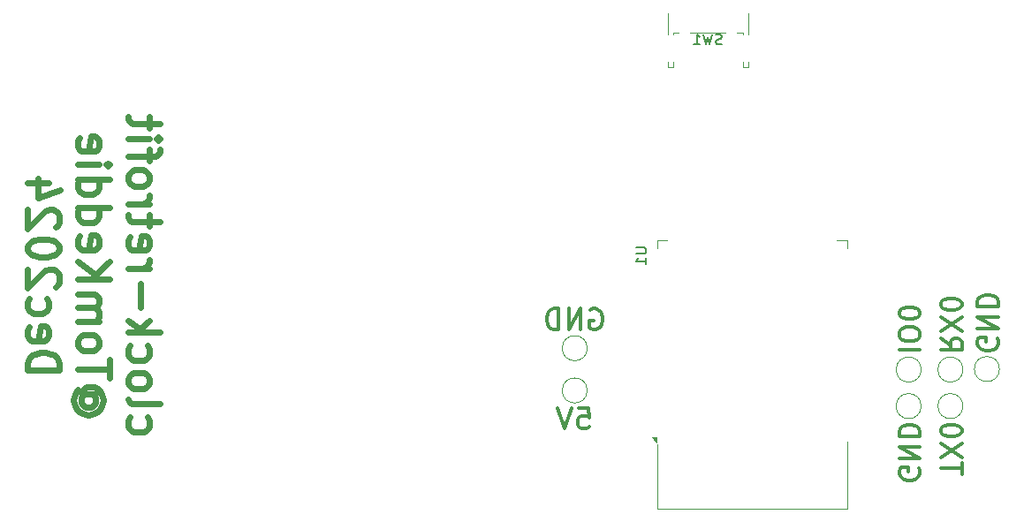
<source format=gbo>
G04 #@! TF.GenerationSoftware,KiCad,Pcbnew,8.0.7-unknown-1000.20241230gita20d76c.fc41*
G04 #@! TF.CreationDate,2025-01-11T12:56:06-08:00*
G04 #@! TF.ProjectId,2024-clock-retrofit,32303234-2d63-46c6-9f63-6b2d72657472,rev?*
G04 #@! TF.SameCoordinates,Original*
G04 #@! TF.FileFunction,Legend,Bot*
G04 #@! TF.FilePolarity,Positive*
%FSLAX46Y46*%
G04 Gerber Fmt 4.6, Leading zero omitted, Abs format (unit mm)*
G04 Created by KiCad (PCBNEW 8.0.7-unknown-1000.20241230gita20d76c.fc41) date 2025-01-11 12:56:06*
%MOMM*%
%LPD*%
G01*
G04 APERTURE LIST*
%ADD10C,0.300000*%
%ADD11C,0.600000*%
%ADD12C,0.150000*%
%ADD13C,0.120000*%
%ADD14O,1.600000X3.200000*%
%ADD15R,1.000000X2.500000*%
%ADD16O,1.000000X2.500000*%
%ADD17R,1.500000X0.900000*%
%ADD18R,0.900000X1.500000*%
%ADD19C,0.800000*%
%ADD20R,3.800000X3.800000*%
%ADD21C,2.000000*%
%ADD22C,2.600000*%
%ADD23O,1.750000X2.625000*%
G04 APERTURE END LIST*
D10*
X119523809Y-103254876D02*
X119714285Y-103159638D01*
X119714285Y-103159638D02*
X119999999Y-103159638D01*
X119999999Y-103159638D02*
X120285714Y-103254876D01*
X120285714Y-103254876D02*
X120476190Y-103445352D01*
X120476190Y-103445352D02*
X120571428Y-103635828D01*
X120571428Y-103635828D02*
X120666666Y-104016780D01*
X120666666Y-104016780D02*
X120666666Y-104302495D01*
X120666666Y-104302495D02*
X120571428Y-104683447D01*
X120571428Y-104683447D02*
X120476190Y-104873923D01*
X120476190Y-104873923D02*
X120285714Y-105064400D01*
X120285714Y-105064400D02*
X119999999Y-105159638D01*
X119999999Y-105159638D02*
X119809523Y-105159638D01*
X119809523Y-105159638D02*
X119523809Y-105064400D01*
X119523809Y-105064400D02*
X119428571Y-104969161D01*
X119428571Y-104969161D02*
X119428571Y-104302495D01*
X119428571Y-104302495D02*
X119809523Y-104302495D01*
X118571428Y-105159638D02*
X118571428Y-103159638D01*
X118571428Y-103159638D02*
X117428571Y-105159638D01*
X117428571Y-105159638D02*
X117428571Y-103159638D01*
X116476190Y-105159638D02*
X116476190Y-103159638D01*
X116476190Y-103159638D02*
X116000000Y-103159638D01*
X116000000Y-103159638D02*
X115714285Y-103254876D01*
X115714285Y-103254876D02*
X115523809Y-103445352D01*
X115523809Y-103445352D02*
X115428571Y-103635828D01*
X115428571Y-103635828D02*
X115333333Y-104016780D01*
X115333333Y-104016780D02*
X115333333Y-104302495D01*
X115333333Y-104302495D02*
X115428571Y-104683447D01*
X115428571Y-104683447D02*
X115523809Y-104873923D01*
X115523809Y-104873923D02*
X115714285Y-105064400D01*
X115714285Y-105064400D02*
X116000000Y-105159638D01*
X116000000Y-105159638D02*
X116476190Y-105159638D01*
X153090361Y-105983584D02*
X154042742Y-106650251D01*
X153090361Y-107126441D02*
X155090361Y-107126441D01*
X155090361Y-107126441D02*
X155090361Y-106364536D01*
X155090361Y-106364536D02*
X154995123Y-106174060D01*
X154995123Y-106174060D02*
X154899885Y-106078822D01*
X154899885Y-106078822D02*
X154709409Y-105983584D01*
X154709409Y-105983584D02*
X154423695Y-105983584D01*
X154423695Y-105983584D02*
X154233219Y-106078822D01*
X154233219Y-106078822D02*
X154137980Y-106174060D01*
X154137980Y-106174060D02*
X154042742Y-106364536D01*
X154042742Y-106364536D02*
X154042742Y-107126441D01*
X155090361Y-105316917D02*
X153090361Y-103983584D01*
X155090361Y-103983584D02*
X153090361Y-105316917D01*
X155090361Y-102840727D02*
X155090361Y-102650250D01*
X155090361Y-102650250D02*
X154995123Y-102459774D01*
X154995123Y-102459774D02*
X154899885Y-102364536D01*
X154899885Y-102364536D02*
X154709409Y-102269298D01*
X154709409Y-102269298D02*
X154328457Y-102174060D01*
X154328457Y-102174060D02*
X153852266Y-102174060D01*
X153852266Y-102174060D02*
X153471314Y-102269298D01*
X153471314Y-102269298D02*
X153280838Y-102364536D01*
X153280838Y-102364536D02*
X153185600Y-102459774D01*
X153185600Y-102459774D02*
X153090361Y-102650250D01*
X153090361Y-102650250D02*
X153090361Y-102840727D01*
X153090361Y-102840727D02*
X153185600Y-103031203D01*
X153185600Y-103031203D02*
X153280838Y-103126441D01*
X153280838Y-103126441D02*
X153471314Y-103221679D01*
X153471314Y-103221679D02*
X153852266Y-103316917D01*
X153852266Y-103316917D02*
X154328457Y-103316917D01*
X154328457Y-103316917D02*
X154709409Y-103221679D01*
X154709409Y-103221679D02*
X154899885Y-103126441D01*
X154899885Y-103126441D02*
X154995123Y-103031203D01*
X154995123Y-103031203D02*
X155090361Y-102840727D01*
X155090361Y-119040225D02*
X155090361Y-117897368D01*
X153090361Y-118468797D02*
X155090361Y-118468797D01*
X155090361Y-117421177D02*
X153090361Y-116087844D01*
X155090361Y-116087844D02*
X153090361Y-117421177D01*
X155090361Y-114944987D02*
X155090361Y-114754510D01*
X155090361Y-114754510D02*
X154995123Y-114564034D01*
X154995123Y-114564034D02*
X154899885Y-114468796D01*
X154899885Y-114468796D02*
X154709409Y-114373558D01*
X154709409Y-114373558D02*
X154328457Y-114278320D01*
X154328457Y-114278320D02*
X153852266Y-114278320D01*
X153852266Y-114278320D02*
X153471314Y-114373558D01*
X153471314Y-114373558D02*
X153280838Y-114468796D01*
X153280838Y-114468796D02*
X153185600Y-114564034D01*
X153185600Y-114564034D02*
X153090361Y-114754510D01*
X153090361Y-114754510D02*
X153090361Y-114944987D01*
X153090361Y-114944987D02*
X153185600Y-115135463D01*
X153185600Y-115135463D02*
X153280838Y-115230701D01*
X153280838Y-115230701D02*
X153471314Y-115325939D01*
X153471314Y-115325939D02*
X153852266Y-115421177D01*
X153852266Y-115421177D02*
X154328457Y-115421177D01*
X154328457Y-115421177D02*
X154709409Y-115325939D01*
X154709409Y-115325939D02*
X154899885Y-115230701D01*
X154899885Y-115230701D02*
X154995123Y-115135463D01*
X154995123Y-115135463D02*
X155090361Y-114944987D01*
X158495123Y-106028822D02*
X158590361Y-106219298D01*
X158590361Y-106219298D02*
X158590361Y-106505012D01*
X158590361Y-106505012D02*
X158495123Y-106790727D01*
X158495123Y-106790727D02*
X158304647Y-106981203D01*
X158304647Y-106981203D02*
X158114171Y-107076441D01*
X158114171Y-107076441D02*
X157733219Y-107171679D01*
X157733219Y-107171679D02*
X157447504Y-107171679D01*
X157447504Y-107171679D02*
X157066552Y-107076441D01*
X157066552Y-107076441D02*
X156876076Y-106981203D01*
X156876076Y-106981203D02*
X156685600Y-106790727D01*
X156685600Y-106790727D02*
X156590361Y-106505012D01*
X156590361Y-106505012D02*
X156590361Y-106314536D01*
X156590361Y-106314536D02*
X156685600Y-106028822D01*
X156685600Y-106028822D02*
X156780838Y-105933584D01*
X156780838Y-105933584D02*
X157447504Y-105933584D01*
X157447504Y-105933584D02*
X157447504Y-106314536D01*
X156590361Y-105076441D02*
X158590361Y-105076441D01*
X158590361Y-105076441D02*
X156590361Y-103933584D01*
X156590361Y-103933584D02*
X158590361Y-103933584D01*
X156590361Y-102981203D02*
X158590361Y-102981203D01*
X158590361Y-102981203D02*
X158590361Y-102505013D01*
X158590361Y-102505013D02*
X158495123Y-102219298D01*
X158495123Y-102219298D02*
X158304647Y-102028822D01*
X158304647Y-102028822D02*
X158114171Y-101933584D01*
X158114171Y-101933584D02*
X157733219Y-101838346D01*
X157733219Y-101838346D02*
X157447504Y-101838346D01*
X157447504Y-101838346D02*
X157066552Y-101933584D01*
X157066552Y-101933584D02*
X156876076Y-102028822D01*
X156876076Y-102028822D02*
X156685600Y-102219298D01*
X156685600Y-102219298D02*
X156590361Y-102505013D01*
X156590361Y-102505013D02*
X156590361Y-102981203D01*
X150995123Y-118468796D02*
X151090361Y-118659272D01*
X151090361Y-118659272D02*
X151090361Y-118944986D01*
X151090361Y-118944986D02*
X150995123Y-119230701D01*
X150995123Y-119230701D02*
X150804647Y-119421177D01*
X150804647Y-119421177D02*
X150614171Y-119516415D01*
X150614171Y-119516415D02*
X150233219Y-119611653D01*
X150233219Y-119611653D02*
X149947504Y-119611653D01*
X149947504Y-119611653D02*
X149566552Y-119516415D01*
X149566552Y-119516415D02*
X149376076Y-119421177D01*
X149376076Y-119421177D02*
X149185600Y-119230701D01*
X149185600Y-119230701D02*
X149090361Y-118944986D01*
X149090361Y-118944986D02*
X149090361Y-118754510D01*
X149090361Y-118754510D02*
X149185600Y-118468796D01*
X149185600Y-118468796D02*
X149280838Y-118373558D01*
X149280838Y-118373558D02*
X149947504Y-118373558D01*
X149947504Y-118373558D02*
X149947504Y-118754510D01*
X149090361Y-117516415D02*
X151090361Y-117516415D01*
X151090361Y-117516415D02*
X149090361Y-116373558D01*
X149090361Y-116373558D02*
X151090361Y-116373558D01*
X149090361Y-115421177D02*
X151090361Y-115421177D01*
X151090361Y-115421177D02*
X151090361Y-114944987D01*
X151090361Y-114944987D02*
X150995123Y-114659272D01*
X150995123Y-114659272D02*
X150804647Y-114468796D01*
X150804647Y-114468796D02*
X150614171Y-114373558D01*
X150614171Y-114373558D02*
X150233219Y-114278320D01*
X150233219Y-114278320D02*
X149947504Y-114278320D01*
X149947504Y-114278320D02*
X149566552Y-114373558D01*
X149566552Y-114373558D02*
X149376076Y-114468796D01*
X149376076Y-114468796D02*
X149185600Y-114659272D01*
X149185600Y-114659272D02*
X149090361Y-114944987D01*
X149090361Y-114944987D02*
X149090361Y-115421177D01*
D11*
X75366032Y-113571430D02*
X75223174Y-113857144D01*
X75223174Y-113857144D02*
X75223174Y-114428572D01*
X75223174Y-114428572D02*
X75366032Y-114714287D01*
X75366032Y-114714287D02*
X75508889Y-114857144D01*
X75508889Y-114857144D02*
X75794603Y-115000001D01*
X75794603Y-115000001D02*
X76651746Y-115000001D01*
X76651746Y-115000001D02*
X76937460Y-114857144D01*
X76937460Y-114857144D02*
X77080317Y-114714287D01*
X77080317Y-114714287D02*
X77223174Y-114428572D01*
X77223174Y-114428572D02*
X77223174Y-113857144D01*
X77223174Y-113857144D02*
X77080317Y-113571430D01*
X75223174Y-111857143D02*
X75366032Y-112142858D01*
X75366032Y-112142858D02*
X75651746Y-112285715D01*
X75651746Y-112285715D02*
X78223174Y-112285715D01*
X75223174Y-110285714D02*
X75366032Y-110571429D01*
X75366032Y-110571429D02*
X75508889Y-110714286D01*
X75508889Y-110714286D02*
X75794603Y-110857143D01*
X75794603Y-110857143D02*
X76651746Y-110857143D01*
X76651746Y-110857143D02*
X76937460Y-110714286D01*
X76937460Y-110714286D02*
X77080317Y-110571429D01*
X77080317Y-110571429D02*
X77223174Y-110285714D01*
X77223174Y-110285714D02*
X77223174Y-109857143D01*
X77223174Y-109857143D02*
X77080317Y-109571429D01*
X77080317Y-109571429D02*
X76937460Y-109428572D01*
X76937460Y-109428572D02*
X76651746Y-109285714D01*
X76651746Y-109285714D02*
X75794603Y-109285714D01*
X75794603Y-109285714D02*
X75508889Y-109428572D01*
X75508889Y-109428572D02*
X75366032Y-109571429D01*
X75366032Y-109571429D02*
X75223174Y-109857143D01*
X75223174Y-109857143D02*
X75223174Y-110285714D01*
X75366032Y-106714286D02*
X75223174Y-107000000D01*
X75223174Y-107000000D02*
X75223174Y-107571428D01*
X75223174Y-107571428D02*
X75366032Y-107857143D01*
X75366032Y-107857143D02*
X75508889Y-108000000D01*
X75508889Y-108000000D02*
X75794603Y-108142857D01*
X75794603Y-108142857D02*
X76651746Y-108142857D01*
X76651746Y-108142857D02*
X76937460Y-108000000D01*
X76937460Y-108000000D02*
X77080317Y-107857143D01*
X77080317Y-107857143D02*
X77223174Y-107571428D01*
X77223174Y-107571428D02*
X77223174Y-107000000D01*
X77223174Y-107000000D02*
X77080317Y-106714286D01*
X75223174Y-105428571D02*
X78223174Y-105428571D01*
X76366032Y-105142857D02*
X75223174Y-104285714D01*
X77223174Y-104285714D02*
X76080317Y-105428571D01*
X76366032Y-103000000D02*
X76366032Y-100714286D01*
X75223174Y-99285714D02*
X77223174Y-99285714D01*
X76651746Y-99285714D02*
X76937460Y-99142857D01*
X76937460Y-99142857D02*
X77080317Y-99000000D01*
X77080317Y-99000000D02*
X77223174Y-98714285D01*
X77223174Y-98714285D02*
X77223174Y-98428571D01*
X75366032Y-96285714D02*
X75223174Y-96571428D01*
X75223174Y-96571428D02*
X75223174Y-97142857D01*
X75223174Y-97142857D02*
X75366032Y-97428571D01*
X75366032Y-97428571D02*
X75651746Y-97571428D01*
X75651746Y-97571428D02*
X76794603Y-97571428D01*
X76794603Y-97571428D02*
X77080317Y-97428571D01*
X77080317Y-97428571D02*
X77223174Y-97142857D01*
X77223174Y-97142857D02*
X77223174Y-96571428D01*
X77223174Y-96571428D02*
X77080317Y-96285714D01*
X77080317Y-96285714D02*
X76794603Y-96142857D01*
X76794603Y-96142857D02*
X76508889Y-96142857D01*
X76508889Y-96142857D02*
X76223174Y-97571428D01*
X77223174Y-95285713D02*
X77223174Y-94142856D01*
X78223174Y-94857142D02*
X75651746Y-94857142D01*
X75651746Y-94857142D02*
X75366032Y-94714285D01*
X75366032Y-94714285D02*
X75223174Y-94428570D01*
X75223174Y-94428570D02*
X75223174Y-94142856D01*
X75223174Y-93142856D02*
X77223174Y-93142856D01*
X76651746Y-93142856D02*
X76937460Y-92999999D01*
X76937460Y-92999999D02*
X77080317Y-92857142D01*
X77080317Y-92857142D02*
X77223174Y-92571427D01*
X77223174Y-92571427D02*
X77223174Y-92285713D01*
X75223174Y-90857141D02*
X75366032Y-91142856D01*
X75366032Y-91142856D02*
X75508889Y-91285713D01*
X75508889Y-91285713D02*
X75794603Y-91428570D01*
X75794603Y-91428570D02*
X76651746Y-91428570D01*
X76651746Y-91428570D02*
X76937460Y-91285713D01*
X76937460Y-91285713D02*
X77080317Y-91142856D01*
X77080317Y-91142856D02*
X77223174Y-90857141D01*
X77223174Y-90857141D02*
X77223174Y-90428570D01*
X77223174Y-90428570D02*
X77080317Y-90142856D01*
X77080317Y-90142856D02*
X76937460Y-89999999D01*
X76937460Y-89999999D02*
X76651746Y-89857141D01*
X76651746Y-89857141D02*
X75794603Y-89857141D01*
X75794603Y-89857141D02*
X75508889Y-89999999D01*
X75508889Y-89999999D02*
X75366032Y-90142856D01*
X75366032Y-90142856D02*
X75223174Y-90428570D01*
X75223174Y-90428570D02*
X75223174Y-90857141D01*
X77223174Y-88999998D02*
X77223174Y-87857141D01*
X75223174Y-88571427D02*
X77794603Y-88571427D01*
X77794603Y-88571427D02*
X78080317Y-88428570D01*
X78080317Y-88428570D02*
X78223174Y-88142855D01*
X78223174Y-88142855D02*
X78223174Y-87857141D01*
X75223174Y-86857141D02*
X77223174Y-86857141D01*
X78223174Y-86857141D02*
X78080317Y-86999998D01*
X78080317Y-86999998D02*
X77937460Y-86857141D01*
X77937460Y-86857141D02*
X78080317Y-86714284D01*
X78080317Y-86714284D02*
X78223174Y-86857141D01*
X78223174Y-86857141D02*
X77937460Y-86857141D01*
X77223174Y-85857141D02*
X77223174Y-84714284D01*
X78223174Y-85428570D02*
X75651746Y-85428570D01*
X75651746Y-85428570D02*
X75366032Y-85285713D01*
X75366032Y-85285713D02*
X75223174Y-84999998D01*
X75223174Y-84999998D02*
X75223174Y-84714284D01*
X71821914Y-111357143D02*
X71964771Y-111500000D01*
X71964771Y-111500000D02*
X72107628Y-111785714D01*
X72107628Y-111785714D02*
X72107628Y-112071429D01*
X72107628Y-112071429D02*
X71964771Y-112357143D01*
X71964771Y-112357143D02*
X71821914Y-112500000D01*
X71821914Y-112500000D02*
X71536200Y-112642857D01*
X71536200Y-112642857D02*
X71250485Y-112642857D01*
X71250485Y-112642857D02*
X70964771Y-112500000D01*
X70964771Y-112500000D02*
X70821914Y-112357143D01*
X70821914Y-112357143D02*
X70679057Y-112071429D01*
X70679057Y-112071429D02*
X70679057Y-111785714D01*
X70679057Y-111785714D02*
X70821914Y-111500000D01*
X70821914Y-111500000D02*
X70964771Y-111357143D01*
X72107628Y-111357143D02*
X70964771Y-111357143D01*
X70964771Y-111357143D02*
X70821914Y-111214286D01*
X70821914Y-111214286D02*
X70821914Y-111071429D01*
X70821914Y-111071429D02*
X70964771Y-110785714D01*
X70964771Y-110785714D02*
X71250485Y-110642857D01*
X71250485Y-110642857D02*
X71964771Y-110642857D01*
X71964771Y-110642857D02*
X72393342Y-110928572D01*
X72393342Y-110928572D02*
X72679057Y-111357143D01*
X72679057Y-111357143D02*
X72821914Y-111928572D01*
X72821914Y-111928572D02*
X72679057Y-112500000D01*
X72679057Y-112500000D02*
X72393342Y-112928572D01*
X72393342Y-112928572D02*
X71964771Y-113214286D01*
X71964771Y-113214286D02*
X71393342Y-113357143D01*
X71393342Y-113357143D02*
X70821914Y-113214286D01*
X70821914Y-113214286D02*
X70393342Y-112928572D01*
X70393342Y-112928572D02*
X70107628Y-112500000D01*
X70107628Y-112500000D02*
X69964771Y-111928572D01*
X69964771Y-111928572D02*
X70107628Y-111357143D01*
X70107628Y-111357143D02*
X70393342Y-110928572D01*
X73393342Y-109785714D02*
X73393342Y-108071429D01*
X70393342Y-108928571D02*
X73393342Y-108928571D01*
X70393342Y-106642857D02*
X70536200Y-106928572D01*
X70536200Y-106928572D02*
X70679057Y-107071429D01*
X70679057Y-107071429D02*
X70964771Y-107214286D01*
X70964771Y-107214286D02*
X71821914Y-107214286D01*
X71821914Y-107214286D02*
X72107628Y-107071429D01*
X72107628Y-107071429D02*
X72250485Y-106928572D01*
X72250485Y-106928572D02*
X72393342Y-106642857D01*
X72393342Y-106642857D02*
X72393342Y-106214286D01*
X72393342Y-106214286D02*
X72250485Y-105928572D01*
X72250485Y-105928572D02*
X72107628Y-105785715D01*
X72107628Y-105785715D02*
X71821914Y-105642857D01*
X71821914Y-105642857D02*
X70964771Y-105642857D01*
X70964771Y-105642857D02*
X70679057Y-105785715D01*
X70679057Y-105785715D02*
X70536200Y-105928572D01*
X70536200Y-105928572D02*
X70393342Y-106214286D01*
X70393342Y-106214286D02*
X70393342Y-106642857D01*
X70393342Y-104357143D02*
X72393342Y-104357143D01*
X72107628Y-104357143D02*
X72250485Y-104214286D01*
X72250485Y-104214286D02*
X72393342Y-103928571D01*
X72393342Y-103928571D02*
X72393342Y-103500000D01*
X72393342Y-103500000D02*
X72250485Y-103214286D01*
X72250485Y-103214286D02*
X71964771Y-103071429D01*
X71964771Y-103071429D02*
X70393342Y-103071429D01*
X71964771Y-103071429D02*
X72250485Y-102928571D01*
X72250485Y-102928571D02*
X72393342Y-102642857D01*
X72393342Y-102642857D02*
X72393342Y-102214286D01*
X72393342Y-102214286D02*
X72250485Y-101928571D01*
X72250485Y-101928571D02*
X71964771Y-101785714D01*
X71964771Y-101785714D02*
X70393342Y-101785714D01*
X70393342Y-100357143D02*
X73393342Y-100357143D01*
X70393342Y-98642857D02*
X72107628Y-99928571D01*
X73393342Y-98642857D02*
X71679057Y-100357143D01*
X70536200Y-96214286D02*
X70393342Y-96500000D01*
X70393342Y-96500000D02*
X70393342Y-97071429D01*
X70393342Y-97071429D02*
X70536200Y-97357143D01*
X70536200Y-97357143D02*
X70821914Y-97500000D01*
X70821914Y-97500000D02*
X71964771Y-97500000D01*
X71964771Y-97500000D02*
X72250485Y-97357143D01*
X72250485Y-97357143D02*
X72393342Y-97071429D01*
X72393342Y-97071429D02*
X72393342Y-96500000D01*
X72393342Y-96500000D02*
X72250485Y-96214286D01*
X72250485Y-96214286D02*
X71964771Y-96071429D01*
X71964771Y-96071429D02*
X71679057Y-96071429D01*
X71679057Y-96071429D02*
X71393342Y-97500000D01*
X70393342Y-93500000D02*
X73393342Y-93500000D01*
X70536200Y-93500000D02*
X70393342Y-93785714D01*
X70393342Y-93785714D02*
X70393342Y-94357142D01*
X70393342Y-94357142D02*
X70536200Y-94642857D01*
X70536200Y-94642857D02*
X70679057Y-94785714D01*
X70679057Y-94785714D02*
X70964771Y-94928571D01*
X70964771Y-94928571D02*
X71821914Y-94928571D01*
X71821914Y-94928571D02*
X72107628Y-94785714D01*
X72107628Y-94785714D02*
X72250485Y-94642857D01*
X72250485Y-94642857D02*
X72393342Y-94357142D01*
X72393342Y-94357142D02*
X72393342Y-93785714D01*
X72393342Y-93785714D02*
X72250485Y-93500000D01*
X70393342Y-90785714D02*
X73393342Y-90785714D01*
X70536200Y-90785714D02*
X70393342Y-91071428D01*
X70393342Y-91071428D02*
X70393342Y-91642856D01*
X70393342Y-91642856D02*
X70536200Y-91928571D01*
X70536200Y-91928571D02*
X70679057Y-92071428D01*
X70679057Y-92071428D02*
X70964771Y-92214285D01*
X70964771Y-92214285D02*
X71821914Y-92214285D01*
X71821914Y-92214285D02*
X72107628Y-92071428D01*
X72107628Y-92071428D02*
X72250485Y-91928571D01*
X72250485Y-91928571D02*
X72393342Y-91642856D01*
X72393342Y-91642856D02*
X72393342Y-91071428D01*
X72393342Y-91071428D02*
X72250485Y-90785714D01*
X70393342Y-89357142D02*
X72393342Y-89357142D01*
X73393342Y-89357142D02*
X73250485Y-89499999D01*
X73250485Y-89499999D02*
X73107628Y-89357142D01*
X73107628Y-89357142D02*
X73250485Y-89214285D01*
X73250485Y-89214285D02*
X73393342Y-89357142D01*
X73393342Y-89357142D02*
X73107628Y-89357142D01*
X70536200Y-86785714D02*
X70393342Y-87071428D01*
X70393342Y-87071428D02*
X70393342Y-87642857D01*
X70393342Y-87642857D02*
X70536200Y-87928571D01*
X70536200Y-87928571D02*
X70821914Y-88071428D01*
X70821914Y-88071428D02*
X71964771Y-88071428D01*
X71964771Y-88071428D02*
X72250485Y-87928571D01*
X72250485Y-87928571D02*
X72393342Y-87642857D01*
X72393342Y-87642857D02*
X72393342Y-87071428D01*
X72393342Y-87071428D02*
X72250485Y-86785714D01*
X72250485Y-86785714D02*
X71964771Y-86642857D01*
X71964771Y-86642857D02*
X71679057Y-86642857D01*
X71679057Y-86642857D02*
X71393342Y-88071428D01*
X65563510Y-109071429D02*
X68563510Y-109071429D01*
X68563510Y-109071429D02*
X68563510Y-108357143D01*
X68563510Y-108357143D02*
X68420653Y-107928572D01*
X68420653Y-107928572D02*
X68134939Y-107642857D01*
X68134939Y-107642857D02*
X67849225Y-107500000D01*
X67849225Y-107500000D02*
X67277796Y-107357143D01*
X67277796Y-107357143D02*
X66849225Y-107357143D01*
X66849225Y-107357143D02*
X66277796Y-107500000D01*
X66277796Y-107500000D02*
X65992082Y-107642857D01*
X65992082Y-107642857D02*
X65706368Y-107928572D01*
X65706368Y-107928572D02*
X65563510Y-108357143D01*
X65563510Y-108357143D02*
X65563510Y-109071429D01*
X65706368Y-104928572D02*
X65563510Y-105214286D01*
X65563510Y-105214286D02*
X65563510Y-105785715D01*
X65563510Y-105785715D02*
X65706368Y-106071429D01*
X65706368Y-106071429D02*
X65992082Y-106214286D01*
X65992082Y-106214286D02*
X67134939Y-106214286D01*
X67134939Y-106214286D02*
X67420653Y-106071429D01*
X67420653Y-106071429D02*
X67563510Y-105785715D01*
X67563510Y-105785715D02*
X67563510Y-105214286D01*
X67563510Y-105214286D02*
X67420653Y-104928572D01*
X67420653Y-104928572D02*
X67134939Y-104785715D01*
X67134939Y-104785715D02*
X66849225Y-104785715D01*
X66849225Y-104785715D02*
X66563510Y-106214286D01*
X65706368Y-102214286D02*
X65563510Y-102500000D01*
X65563510Y-102500000D02*
X65563510Y-103071428D01*
X65563510Y-103071428D02*
X65706368Y-103357143D01*
X65706368Y-103357143D02*
X65849225Y-103500000D01*
X65849225Y-103500000D02*
X66134939Y-103642857D01*
X66134939Y-103642857D02*
X66992082Y-103642857D01*
X66992082Y-103642857D02*
X67277796Y-103500000D01*
X67277796Y-103500000D02*
X67420653Y-103357143D01*
X67420653Y-103357143D02*
X67563510Y-103071428D01*
X67563510Y-103071428D02*
X67563510Y-102500000D01*
X67563510Y-102500000D02*
X67420653Y-102214286D01*
X68277796Y-101071428D02*
X68420653Y-100928571D01*
X68420653Y-100928571D02*
X68563510Y-100642857D01*
X68563510Y-100642857D02*
X68563510Y-99928571D01*
X68563510Y-99928571D02*
X68420653Y-99642857D01*
X68420653Y-99642857D02*
X68277796Y-99499999D01*
X68277796Y-99499999D02*
X67992082Y-99357142D01*
X67992082Y-99357142D02*
X67706368Y-99357142D01*
X67706368Y-99357142D02*
X67277796Y-99499999D01*
X67277796Y-99499999D02*
X65563510Y-101214285D01*
X65563510Y-101214285D02*
X65563510Y-99357142D01*
X68563510Y-97499999D02*
X68563510Y-97214285D01*
X68563510Y-97214285D02*
X68420653Y-96928571D01*
X68420653Y-96928571D02*
X68277796Y-96785714D01*
X68277796Y-96785714D02*
X67992082Y-96642856D01*
X67992082Y-96642856D02*
X67420653Y-96499999D01*
X67420653Y-96499999D02*
X66706368Y-96499999D01*
X66706368Y-96499999D02*
X66134939Y-96642856D01*
X66134939Y-96642856D02*
X65849225Y-96785714D01*
X65849225Y-96785714D02*
X65706368Y-96928571D01*
X65706368Y-96928571D02*
X65563510Y-97214285D01*
X65563510Y-97214285D02*
X65563510Y-97499999D01*
X65563510Y-97499999D02*
X65706368Y-97785714D01*
X65706368Y-97785714D02*
X65849225Y-97928571D01*
X65849225Y-97928571D02*
X66134939Y-98071428D01*
X66134939Y-98071428D02*
X66706368Y-98214285D01*
X66706368Y-98214285D02*
X67420653Y-98214285D01*
X67420653Y-98214285D02*
X67992082Y-98071428D01*
X67992082Y-98071428D02*
X68277796Y-97928571D01*
X68277796Y-97928571D02*
X68420653Y-97785714D01*
X68420653Y-97785714D02*
X68563510Y-97499999D01*
X68277796Y-95357142D02*
X68420653Y-95214285D01*
X68420653Y-95214285D02*
X68563510Y-94928571D01*
X68563510Y-94928571D02*
X68563510Y-94214285D01*
X68563510Y-94214285D02*
X68420653Y-93928571D01*
X68420653Y-93928571D02*
X68277796Y-93785713D01*
X68277796Y-93785713D02*
X67992082Y-93642856D01*
X67992082Y-93642856D02*
X67706368Y-93642856D01*
X67706368Y-93642856D02*
X67277796Y-93785713D01*
X67277796Y-93785713D02*
X65563510Y-95499999D01*
X65563510Y-95499999D02*
X65563510Y-93642856D01*
X67563510Y-91071428D02*
X65563510Y-91071428D01*
X68706368Y-91785713D02*
X66563510Y-92499999D01*
X66563510Y-92499999D02*
X66563510Y-90642856D01*
D10*
X149090361Y-107126441D02*
X151090361Y-107126441D01*
X151090361Y-105793108D02*
X151090361Y-105412155D01*
X151090361Y-105412155D02*
X150995123Y-105221679D01*
X150995123Y-105221679D02*
X150804647Y-105031203D01*
X150804647Y-105031203D02*
X150423695Y-104935965D01*
X150423695Y-104935965D02*
X149757028Y-104935965D01*
X149757028Y-104935965D02*
X149376076Y-105031203D01*
X149376076Y-105031203D02*
X149185600Y-105221679D01*
X149185600Y-105221679D02*
X149090361Y-105412155D01*
X149090361Y-105412155D02*
X149090361Y-105793108D01*
X149090361Y-105793108D02*
X149185600Y-105983584D01*
X149185600Y-105983584D02*
X149376076Y-106174060D01*
X149376076Y-106174060D02*
X149757028Y-106269298D01*
X149757028Y-106269298D02*
X150423695Y-106269298D01*
X150423695Y-106269298D02*
X150804647Y-106174060D01*
X150804647Y-106174060D02*
X150995123Y-105983584D01*
X150995123Y-105983584D02*
X151090361Y-105793108D01*
X151090361Y-103697870D02*
X151090361Y-103507393D01*
X151090361Y-103507393D02*
X150995123Y-103316917D01*
X150995123Y-103316917D02*
X150899885Y-103221679D01*
X150899885Y-103221679D02*
X150709409Y-103126441D01*
X150709409Y-103126441D02*
X150328457Y-103031203D01*
X150328457Y-103031203D02*
X149852266Y-103031203D01*
X149852266Y-103031203D02*
X149471314Y-103126441D01*
X149471314Y-103126441D02*
X149280838Y-103221679D01*
X149280838Y-103221679D02*
X149185600Y-103316917D01*
X149185600Y-103316917D02*
X149090361Y-103507393D01*
X149090361Y-103507393D02*
X149090361Y-103697870D01*
X149090361Y-103697870D02*
X149185600Y-103888346D01*
X149185600Y-103888346D02*
X149280838Y-103983584D01*
X149280838Y-103983584D02*
X149471314Y-104078822D01*
X149471314Y-104078822D02*
X149852266Y-104174060D01*
X149852266Y-104174060D02*
X150328457Y-104174060D01*
X150328457Y-104174060D02*
X150709409Y-104078822D01*
X150709409Y-104078822D02*
X150899885Y-103983584D01*
X150899885Y-103983584D02*
X150995123Y-103888346D01*
X150995123Y-103888346D02*
X151090361Y-103697870D01*
X118380952Y-112659638D02*
X119333333Y-112659638D01*
X119333333Y-112659638D02*
X119428571Y-113612019D01*
X119428571Y-113612019D02*
X119333333Y-113516780D01*
X119333333Y-113516780D02*
X119142857Y-113421542D01*
X119142857Y-113421542D02*
X118666666Y-113421542D01*
X118666666Y-113421542D02*
X118476190Y-113516780D01*
X118476190Y-113516780D02*
X118380952Y-113612019D01*
X118380952Y-113612019D02*
X118285714Y-113802495D01*
X118285714Y-113802495D02*
X118285714Y-114278685D01*
X118285714Y-114278685D02*
X118380952Y-114469161D01*
X118380952Y-114469161D02*
X118476190Y-114564400D01*
X118476190Y-114564400D02*
X118666666Y-114659638D01*
X118666666Y-114659638D02*
X119142857Y-114659638D01*
X119142857Y-114659638D02*
X119333333Y-114564400D01*
X119333333Y-114564400D02*
X119428571Y-114469161D01*
X117714285Y-112659638D02*
X117047619Y-114659638D01*
X117047619Y-114659638D02*
X116380952Y-112659638D01*
D12*
X123844819Y-97308095D02*
X124654342Y-97308095D01*
X124654342Y-97308095D02*
X124749580Y-97355714D01*
X124749580Y-97355714D02*
X124797200Y-97403333D01*
X124797200Y-97403333D02*
X124844819Y-97498571D01*
X124844819Y-97498571D02*
X124844819Y-97689047D01*
X124844819Y-97689047D02*
X124797200Y-97784285D01*
X124797200Y-97784285D02*
X124749580Y-97831904D01*
X124749580Y-97831904D02*
X124654342Y-97879523D01*
X124654342Y-97879523D02*
X123844819Y-97879523D01*
X124844819Y-98879523D02*
X124844819Y-98308095D01*
X124844819Y-98593809D02*
X123844819Y-98593809D01*
X123844819Y-98593809D02*
X123987676Y-98498571D01*
X123987676Y-98498571D02*
X124082914Y-98403333D01*
X124082914Y-98403333D02*
X124130533Y-98308095D01*
X132095832Y-77799700D02*
X131952975Y-77847319D01*
X131952975Y-77847319D02*
X131714880Y-77847319D01*
X131714880Y-77847319D02*
X131619642Y-77799700D01*
X131619642Y-77799700D02*
X131572023Y-77752080D01*
X131572023Y-77752080D02*
X131524404Y-77656842D01*
X131524404Y-77656842D02*
X131524404Y-77561604D01*
X131524404Y-77561604D02*
X131572023Y-77466366D01*
X131572023Y-77466366D02*
X131619642Y-77418747D01*
X131619642Y-77418747D02*
X131714880Y-77371128D01*
X131714880Y-77371128D02*
X131905356Y-77323509D01*
X131905356Y-77323509D02*
X132000594Y-77275890D01*
X132000594Y-77275890D02*
X132048213Y-77228271D01*
X132048213Y-77228271D02*
X132095832Y-77133033D01*
X132095832Y-77133033D02*
X132095832Y-77037795D01*
X132095832Y-77037795D02*
X132048213Y-76942557D01*
X132048213Y-76942557D02*
X132000594Y-76894938D01*
X132000594Y-76894938D02*
X131905356Y-76847319D01*
X131905356Y-76847319D02*
X131667261Y-76847319D01*
X131667261Y-76847319D02*
X131524404Y-76894938D01*
X131191070Y-76847319D02*
X130952975Y-77847319D01*
X130952975Y-77847319D02*
X130762499Y-77133033D01*
X130762499Y-77133033D02*
X130572023Y-77847319D01*
X130572023Y-77847319D02*
X130333928Y-76847319D01*
X129429166Y-77847319D02*
X130000594Y-77847319D01*
X129714880Y-77847319D02*
X129714880Y-76847319D01*
X129714880Y-76847319D02*
X129810118Y-76990176D01*
X129810118Y-76990176D02*
X129905356Y-77085414D01*
X129905356Y-77085414D02*
X130000594Y-77133033D01*
D13*
G04 #@! TO.C,U1*
X125880000Y-96620000D02*
X125880000Y-97400000D01*
X125880000Y-116200000D02*
X125880000Y-122360000D01*
X126880000Y-96620000D02*
X125880000Y-96620000D01*
X143120000Y-96620000D02*
X144120000Y-96620000D01*
X144120000Y-96620000D02*
X144120000Y-97400000D01*
X144120000Y-115945000D02*
X144120000Y-122360000D01*
X144120000Y-122360000D02*
X125880000Y-122360000D01*
X125875000Y-115975000D02*
X125375000Y-115475000D01*
X125875000Y-115475000D01*
X125875000Y-115975000D01*
G36*
X125875000Y-115975000D02*
G01*
X125375000Y-115475000D01*
X125875000Y-115475000D01*
X125875000Y-115975000D01*
G37*
G04 #@! TO.C,TP3*
X155200000Y-109000000D02*
G75*
G02*
X152800000Y-109000000I-1200000J0D01*
G01*
X152800000Y-109000000D02*
G75*
G02*
X155200000Y-109000000I1200000J0D01*
G01*
G04 #@! TO.C,TP5*
X151200000Y-112500000D02*
G75*
G02*
X148800000Y-112500000I-1200000J0D01*
G01*
X148800000Y-112500000D02*
G75*
G02*
X151200000Y-112500000I1200000J0D01*
G01*
G04 #@! TO.C,TP7*
X119200000Y-111000000D02*
G75*
G02*
X116800000Y-111000000I-1200000J0D01*
G01*
X116800000Y-111000000D02*
G75*
G02*
X119200000Y-111000000I1200000J0D01*
G01*
G04 #@! TO.C,TP2*
X155200000Y-112500000D02*
G75*
G02*
X152800000Y-112500000I-1200000J0D01*
G01*
X152800000Y-112500000D02*
G75*
G02*
X155200000Y-112500000I1200000J0D01*
G01*
G04 #@! TO.C,SW1*
X126902500Y-76912500D02*
X126902500Y-74812500D01*
X126902500Y-80022500D02*
X126902500Y-79512500D01*
X126902500Y-80022500D02*
X127422500Y-80022500D01*
X127422500Y-76682500D02*
X127962500Y-76682500D01*
X127422500Y-76912500D02*
X127422500Y-76682500D01*
X127422500Y-80022500D02*
X127422500Y-79512500D01*
X129062500Y-76682500D02*
X132462500Y-76682500D01*
X133562500Y-76682500D02*
X134102500Y-76682500D01*
X134102500Y-76912500D02*
X134102500Y-76682500D01*
X134102500Y-80022500D02*
X134102500Y-79512500D01*
X134102500Y-80022500D02*
X134622500Y-80022500D01*
X134622500Y-76912500D02*
X134622500Y-74812500D01*
X134622500Y-80022500D02*
X134622500Y-79512500D01*
G04 #@! TO.C,TP6*
X119200000Y-106950000D02*
G75*
G02*
X116800000Y-106950000I-1200000J0D01*
G01*
X116800000Y-106950000D02*
G75*
G02*
X119200000Y-106950000I1200000J0D01*
G01*
G04 #@! TO.C,TP4*
X158700000Y-108950000D02*
G75*
G02*
X156300000Y-108950000I-1200000J0D01*
G01*
X156300000Y-108950000D02*
G75*
G02*
X158700000Y-108950000I1200000J0D01*
G01*
G04 #@! TO.C,TP1*
X151200000Y-109000000D02*
G75*
G02*
X148800000Y-109000000I-1200000J0D01*
G01*
X148800000Y-109000000D02*
G75*
G02*
X151200000Y-109000000I1200000J0D01*
G01*
G04 #@! TD*
%LPC*%
D14*
G04 #@! TO.C,U3*
X144460000Y-81500000D03*
X147000000Y-81500000D03*
X149540000Y-81500000D03*
G04 #@! TD*
D15*
G04 #@! TO.C,D62*
X137600000Y-80500000D03*
D16*
X138870000Y-80500000D03*
X140140000Y-80500000D03*
X141410000Y-80500000D03*
G04 #@! TD*
D17*
G04 #@! TO.C,U1*
X126250000Y-114750000D03*
X126250000Y-113480000D03*
X126250000Y-112210000D03*
X126250000Y-110940000D03*
X126250000Y-109670000D03*
X126250000Y-108400000D03*
X126250000Y-107130000D03*
X126250000Y-105860000D03*
X126250000Y-104590000D03*
X126250000Y-103320000D03*
X126250000Y-102050000D03*
X126250000Y-100780000D03*
X126250000Y-99510000D03*
X126250000Y-98240000D03*
D18*
X129290000Y-96990000D03*
X130560000Y-96990000D03*
X131830000Y-96990000D03*
X133100000Y-96990000D03*
X134370000Y-96990000D03*
X135640000Y-96990000D03*
X136910000Y-96990000D03*
X138180000Y-96990000D03*
X139450000Y-96990000D03*
X140720000Y-96990000D03*
D17*
X143750000Y-98240000D03*
X143750000Y-99510000D03*
X143750000Y-100780000D03*
X143750000Y-102050000D03*
X143750000Y-103320000D03*
X143750000Y-104590000D03*
X143750000Y-105860000D03*
X143750000Y-107130000D03*
X143750000Y-108400000D03*
X143750000Y-109670000D03*
X143750000Y-110940000D03*
X143750000Y-112210000D03*
X143750000Y-113480000D03*
X143750000Y-114750000D03*
D19*
X132100000Y-106330000D03*
X132100000Y-107730000D03*
X132800000Y-105630000D03*
X132800000Y-107030000D03*
X132800000Y-108430000D03*
X133475000Y-106330000D03*
X133475000Y-107730000D03*
D20*
X133500000Y-107030000D03*
D19*
X134200000Y-105630000D03*
X134200000Y-107030000D03*
X134200000Y-108430000D03*
X134900000Y-106330000D03*
X134900000Y-107730000D03*
G04 #@! TD*
D21*
G04 #@! TO.C,TP3*
X154000000Y-109000000D03*
G04 #@! TD*
G04 #@! TO.C,TP5*
X150000000Y-112500000D03*
G04 #@! TD*
G04 #@! TO.C,TP7*
X118000000Y-111000000D03*
G04 #@! TD*
G04 #@! TO.C,TP2*
X154000000Y-112500000D03*
G04 #@! TD*
D22*
G04 #@! TO.C,SW1*
X134262500Y-78202500D03*
X127252500Y-78202500D03*
D23*
X133012500Y-75275000D03*
X128512500Y-75275000D03*
G04 #@! TD*
D21*
G04 #@! TO.C,TP6*
X118000000Y-106950000D03*
G04 #@! TD*
G04 #@! TO.C,TP4*
X157500000Y-108950000D03*
G04 #@! TD*
G04 #@! TO.C,TP1*
X150000000Y-109000000D03*
G04 #@! TD*
%LPD*%
M02*

</source>
